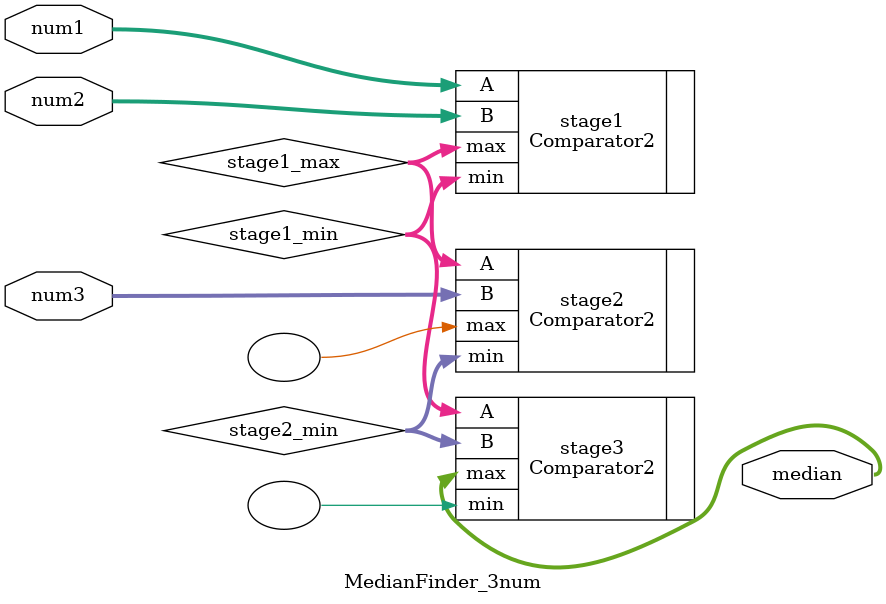
<source format=v>
module MedianFinder_3num(
    input  [3:0]    num1    , 
    input  [3:0]    num2    , 
    input  [3:0]    num3    ,  
    output [3:0]    median  
);

///////////////////////////////
//	Write Your Design Here ~ //
///////////////////////////////
wire [3:0]stage1_min;//a
wire [3:0]stage1_max;
wire [3:0]stage2_min;//b

Comparator2 stage1(.A(num1), .B(num2), .min(stage1_min), .max(stage1_max));
Comparator2 stage2(.A(stage1_max), .B(num3), .min(stage2_min), .max());
Comparator2 stage3(.A(stage1_min), .B(stage2_min), .min(), .max(median));


endmodule

</source>
